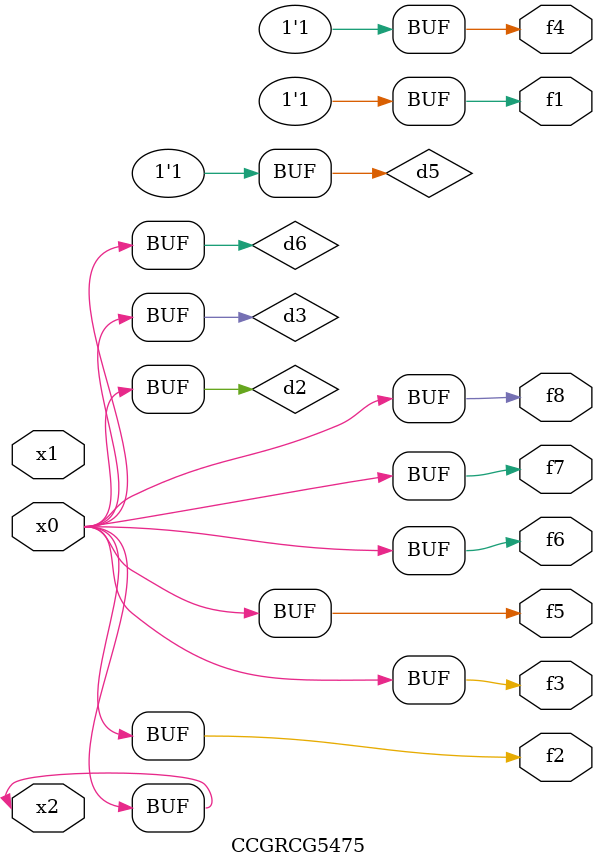
<source format=v>
module CCGRCG5475(
	input x0, x1, x2,
	output f1, f2, f3, f4, f5, f6, f7, f8
);

	wire d1, d2, d3, d4, d5, d6;

	xnor (d1, x2);
	buf (d2, x0, x2);
	and (d3, x0);
	xnor (d4, x1, x2);
	nand (d5, d1, d3);
	buf (d6, d2, d3);
	assign f1 = d5;
	assign f2 = d6;
	assign f3 = d6;
	assign f4 = d5;
	assign f5 = d6;
	assign f6 = d6;
	assign f7 = d6;
	assign f8 = d6;
endmodule

</source>
